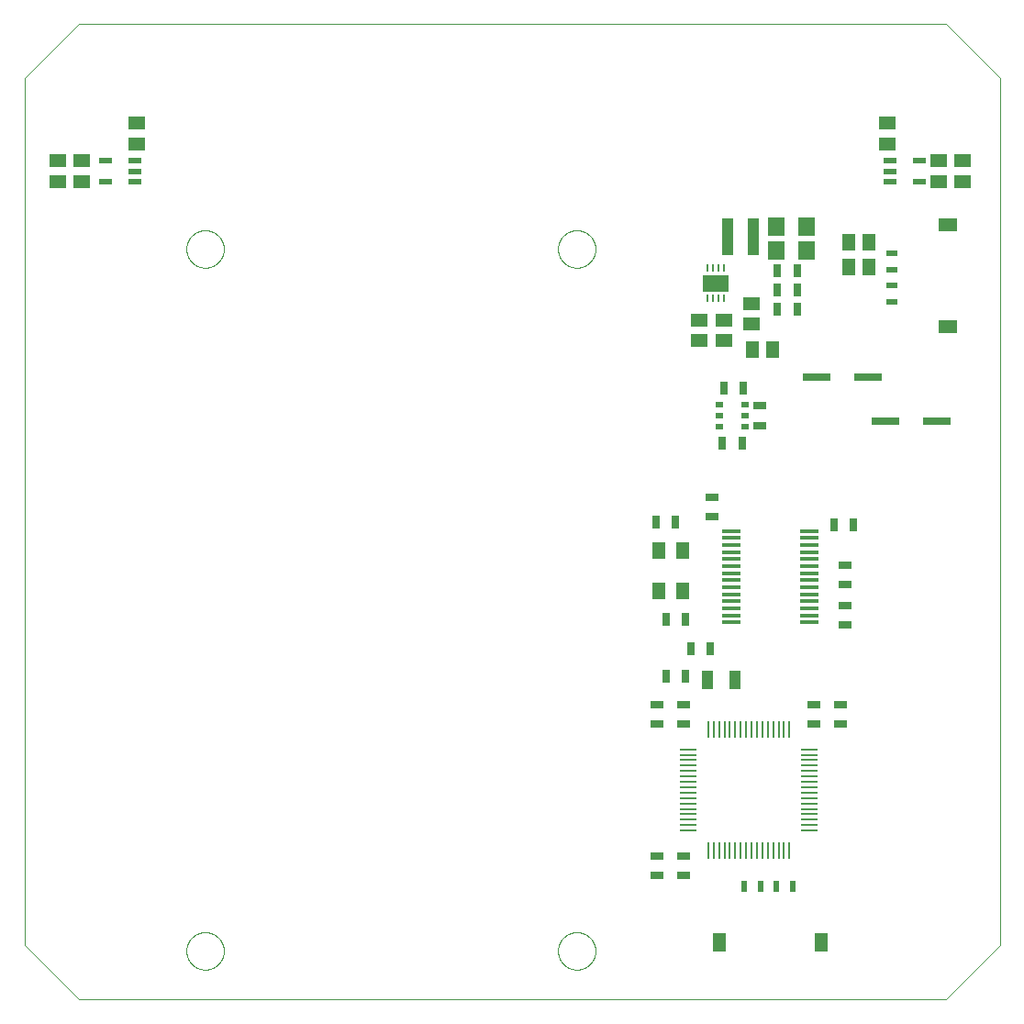
<source format=gtp>
G75*
%MOIN*%
%OFA0B0*%
%FSLAX25Y25*%
%IPPOS*%
%LPD*%
%AMOC8*
5,1,8,0,0,1.08239X$1,22.5*
%
%ADD10C,0.00000*%
%ADD11R,0.06102X0.00984*%
%ADD12R,0.00984X0.06102*%
%ADD13R,0.06890X0.01575*%
%ADD14R,0.03937X0.07087*%
%ADD15R,0.04724X0.03150*%
%ADD16R,0.03150X0.04724*%
%ADD17R,0.04921X0.06299*%
%ADD18R,0.00984X0.03937*%
%ADD19R,0.03937X0.00984*%
%ADD20R,0.04724X0.02362*%
%ADD21R,0.05906X0.05118*%
%ADD22R,0.02362X0.03937*%
%ADD23R,0.04921X0.07087*%
%ADD24R,0.03937X0.02362*%
%ADD25R,0.07087X0.04921*%
%ADD26R,0.05118X0.05906*%
%ADD27R,0.09370X0.06496*%
%ADD28R,0.00984X0.02756*%
%ADD29R,0.03858X0.13386*%
%ADD30R,0.06299X0.07087*%
%ADD31R,0.02756X0.02000*%
%ADD32R,0.10236X0.03150*%
D10*
X0001000Y0020685D02*
X0001000Y0335646D01*
X0020685Y0355331D01*
X0335646Y0355331D01*
X0355331Y0335646D01*
X0355331Y0020685D01*
X0335646Y0001000D01*
X0020685Y0001000D01*
X0001000Y0020685D01*
X0059855Y0018685D02*
X0059857Y0018852D01*
X0059863Y0019018D01*
X0059873Y0019185D01*
X0059888Y0019351D01*
X0059906Y0019516D01*
X0059929Y0019681D01*
X0059955Y0019846D01*
X0059985Y0020010D01*
X0060020Y0020173D01*
X0060059Y0020335D01*
X0060101Y0020496D01*
X0060147Y0020656D01*
X0060198Y0020815D01*
X0060252Y0020973D01*
X0060310Y0021129D01*
X0060372Y0021284D01*
X0060438Y0021437D01*
X0060507Y0021589D01*
X0060580Y0021738D01*
X0060657Y0021886D01*
X0060737Y0022032D01*
X0060821Y0022176D01*
X0060909Y0022318D01*
X0060999Y0022458D01*
X0061094Y0022595D01*
X0061191Y0022730D01*
X0061292Y0022863D01*
X0061396Y0022993D01*
X0061504Y0023121D01*
X0061614Y0023246D01*
X0061728Y0023368D01*
X0061844Y0023487D01*
X0061963Y0023603D01*
X0062085Y0023717D01*
X0062210Y0023827D01*
X0062338Y0023935D01*
X0062468Y0024039D01*
X0062601Y0024140D01*
X0062736Y0024237D01*
X0062873Y0024332D01*
X0063013Y0024422D01*
X0063155Y0024510D01*
X0063299Y0024594D01*
X0063445Y0024674D01*
X0063593Y0024751D01*
X0063742Y0024824D01*
X0063894Y0024893D01*
X0064047Y0024959D01*
X0064202Y0025021D01*
X0064358Y0025079D01*
X0064516Y0025133D01*
X0064675Y0025184D01*
X0064835Y0025230D01*
X0064996Y0025272D01*
X0065158Y0025311D01*
X0065321Y0025346D01*
X0065485Y0025376D01*
X0065650Y0025402D01*
X0065815Y0025425D01*
X0065980Y0025443D01*
X0066146Y0025458D01*
X0066313Y0025468D01*
X0066479Y0025474D01*
X0066646Y0025476D01*
X0066813Y0025474D01*
X0066979Y0025468D01*
X0067146Y0025458D01*
X0067312Y0025443D01*
X0067477Y0025425D01*
X0067642Y0025402D01*
X0067807Y0025376D01*
X0067971Y0025346D01*
X0068134Y0025311D01*
X0068296Y0025272D01*
X0068457Y0025230D01*
X0068617Y0025184D01*
X0068776Y0025133D01*
X0068934Y0025079D01*
X0069090Y0025021D01*
X0069245Y0024959D01*
X0069398Y0024893D01*
X0069550Y0024824D01*
X0069699Y0024751D01*
X0069847Y0024674D01*
X0069993Y0024594D01*
X0070137Y0024510D01*
X0070279Y0024422D01*
X0070419Y0024332D01*
X0070556Y0024237D01*
X0070691Y0024140D01*
X0070824Y0024039D01*
X0070954Y0023935D01*
X0071082Y0023827D01*
X0071207Y0023717D01*
X0071329Y0023603D01*
X0071448Y0023487D01*
X0071564Y0023368D01*
X0071678Y0023246D01*
X0071788Y0023121D01*
X0071896Y0022993D01*
X0072000Y0022863D01*
X0072101Y0022730D01*
X0072198Y0022595D01*
X0072293Y0022458D01*
X0072383Y0022318D01*
X0072471Y0022176D01*
X0072555Y0022032D01*
X0072635Y0021886D01*
X0072712Y0021738D01*
X0072785Y0021589D01*
X0072854Y0021437D01*
X0072920Y0021284D01*
X0072982Y0021129D01*
X0073040Y0020973D01*
X0073094Y0020815D01*
X0073145Y0020656D01*
X0073191Y0020496D01*
X0073233Y0020335D01*
X0073272Y0020173D01*
X0073307Y0020010D01*
X0073337Y0019846D01*
X0073363Y0019681D01*
X0073386Y0019516D01*
X0073404Y0019351D01*
X0073419Y0019185D01*
X0073429Y0019018D01*
X0073435Y0018852D01*
X0073437Y0018685D01*
X0073435Y0018518D01*
X0073429Y0018352D01*
X0073419Y0018185D01*
X0073404Y0018019D01*
X0073386Y0017854D01*
X0073363Y0017689D01*
X0073337Y0017524D01*
X0073307Y0017360D01*
X0073272Y0017197D01*
X0073233Y0017035D01*
X0073191Y0016874D01*
X0073145Y0016714D01*
X0073094Y0016555D01*
X0073040Y0016397D01*
X0072982Y0016241D01*
X0072920Y0016086D01*
X0072854Y0015933D01*
X0072785Y0015781D01*
X0072712Y0015632D01*
X0072635Y0015484D01*
X0072555Y0015338D01*
X0072471Y0015194D01*
X0072383Y0015052D01*
X0072293Y0014912D01*
X0072198Y0014775D01*
X0072101Y0014640D01*
X0072000Y0014507D01*
X0071896Y0014377D01*
X0071788Y0014249D01*
X0071678Y0014124D01*
X0071564Y0014002D01*
X0071448Y0013883D01*
X0071329Y0013767D01*
X0071207Y0013653D01*
X0071082Y0013543D01*
X0070954Y0013435D01*
X0070824Y0013331D01*
X0070691Y0013230D01*
X0070556Y0013133D01*
X0070419Y0013038D01*
X0070279Y0012948D01*
X0070137Y0012860D01*
X0069993Y0012776D01*
X0069847Y0012696D01*
X0069699Y0012619D01*
X0069550Y0012546D01*
X0069398Y0012477D01*
X0069245Y0012411D01*
X0069090Y0012349D01*
X0068934Y0012291D01*
X0068776Y0012237D01*
X0068617Y0012186D01*
X0068457Y0012140D01*
X0068296Y0012098D01*
X0068134Y0012059D01*
X0067971Y0012024D01*
X0067807Y0011994D01*
X0067642Y0011968D01*
X0067477Y0011945D01*
X0067312Y0011927D01*
X0067146Y0011912D01*
X0066979Y0011902D01*
X0066813Y0011896D01*
X0066646Y0011894D01*
X0066479Y0011896D01*
X0066313Y0011902D01*
X0066146Y0011912D01*
X0065980Y0011927D01*
X0065815Y0011945D01*
X0065650Y0011968D01*
X0065485Y0011994D01*
X0065321Y0012024D01*
X0065158Y0012059D01*
X0064996Y0012098D01*
X0064835Y0012140D01*
X0064675Y0012186D01*
X0064516Y0012237D01*
X0064358Y0012291D01*
X0064202Y0012349D01*
X0064047Y0012411D01*
X0063894Y0012477D01*
X0063742Y0012546D01*
X0063593Y0012619D01*
X0063445Y0012696D01*
X0063299Y0012776D01*
X0063155Y0012860D01*
X0063013Y0012948D01*
X0062873Y0013038D01*
X0062736Y0013133D01*
X0062601Y0013230D01*
X0062468Y0013331D01*
X0062338Y0013435D01*
X0062210Y0013543D01*
X0062085Y0013653D01*
X0061963Y0013767D01*
X0061844Y0013883D01*
X0061728Y0014002D01*
X0061614Y0014124D01*
X0061504Y0014249D01*
X0061396Y0014377D01*
X0061292Y0014507D01*
X0061191Y0014640D01*
X0061094Y0014775D01*
X0060999Y0014912D01*
X0060909Y0015052D01*
X0060821Y0015194D01*
X0060737Y0015338D01*
X0060657Y0015484D01*
X0060580Y0015632D01*
X0060507Y0015781D01*
X0060438Y0015933D01*
X0060372Y0016086D01*
X0060310Y0016241D01*
X0060252Y0016397D01*
X0060198Y0016555D01*
X0060147Y0016714D01*
X0060101Y0016874D01*
X0060059Y0017035D01*
X0060020Y0017197D01*
X0059985Y0017360D01*
X0059955Y0017524D01*
X0059929Y0017689D01*
X0059906Y0017854D01*
X0059888Y0018019D01*
X0059873Y0018185D01*
X0059863Y0018352D01*
X0059857Y0018518D01*
X0059855Y0018685D01*
X0194855Y0018685D02*
X0194857Y0018852D01*
X0194863Y0019018D01*
X0194873Y0019185D01*
X0194888Y0019351D01*
X0194906Y0019516D01*
X0194929Y0019681D01*
X0194955Y0019846D01*
X0194985Y0020010D01*
X0195020Y0020173D01*
X0195059Y0020335D01*
X0195101Y0020496D01*
X0195147Y0020656D01*
X0195198Y0020815D01*
X0195252Y0020973D01*
X0195310Y0021129D01*
X0195372Y0021284D01*
X0195438Y0021437D01*
X0195507Y0021589D01*
X0195580Y0021738D01*
X0195657Y0021886D01*
X0195737Y0022032D01*
X0195821Y0022176D01*
X0195909Y0022318D01*
X0195999Y0022458D01*
X0196094Y0022595D01*
X0196191Y0022730D01*
X0196292Y0022863D01*
X0196396Y0022993D01*
X0196504Y0023121D01*
X0196614Y0023246D01*
X0196728Y0023368D01*
X0196844Y0023487D01*
X0196963Y0023603D01*
X0197085Y0023717D01*
X0197210Y0023827D01*
X0197338Y0023935D01*
X0197468Y0024039D01*
X0197601Y0024140D01*
X0197736Y0024237D01*
X0197873Y0024332D01*
X0198013Y0024422D01*
X0198155Y0024510D01*
X0198299Y0024594D01*
X0198445Y0024674D01*
X0198593Y0024751D01*
X0198742Y0024824D01*
X0198894Y0024893D01*
X0199047Y0024959D01*
X0199202Y0025021D01*
X0199358Y0025079D01*
X0199516Y0025133D01*
X0199675Y0025184D01*
X0199835Y0025230D01*
X0199996Y0025272D01*
X0200158Y0025311D01*
X0200321Y0025346D01*
X0200485Y0025376D01*
X0200650Y0025402D01*
X0200815Y0025425D01*
X0200980Y0025443D01*
X0201146Y0025458D01*
X0201313Y0025468D01*
X0201479Y0025474D01*
X0201646Y0025476D01*
X0201813Y0025474D01*
X0201979Y0025468D01*
X0202146Y0025458D01*
X0202312Y0025443D01*
X0202477Y0025425D01*
X0202642Y0025402D01*
X0202807Y0025376D01*
X0202971Y0025346D01*
X0203134Y0025311D01*
X0203296Y0025272D01*
X0203457Y0025230D01*
X0203617Y0025184D01*
X0203776Y0025133D01*
X0203934Y0025079D01*
X0204090Y0025021D01*
X0204245Y0024959D01*
X0204398Y0024893D01*
X0204550Y0024824D01*
X0204699Y0024751D01*
X0204847Y0024674D01*
X0204993Y0024594D01*
X0205137Y0024510D01*
X0205279Y0024422D01*
X0205419Y0024332D01*
X0205556Y0024237D01*
X0205691Y0024140D01*
X0205824Y0024039D01*
X0205954Y0023935D01*
X0206082Y0023827D01*
X0206207Y0023717D01*
X0206329Y0023603D01*
X0206448Y0023487D01*
X0206564Y0023368D01*
X0206678Y0023246D01*
X0206788Y0023121D01*
X0206896Y0022993D01*
X0207000Y0022863D01*
X0207101Y0022730D01*
X0207198Y0022595D01*
X0207293Y0022458D01*
X0207383Y0022318D01*
X0207471Y0022176D01*
X0207555Y0022032D01*
X0207635Y0021886D01*
X0207712Y0021738D01*
X0207785Y0021589D01*
X0207854Y0021437D01*
X0207920Y0021284D01*
X0207982Y0021129D01*
X0208040Y0020973D01*
X0208094Y0020815D01*
X0208145Y0020656D01*
X0208191Y0020496D01*
X0208233Y0020335D01*
X0208272Y0020173D01*
X0208307Y0020010D01*
X0208337Y0019846D01*
X0208363Y0019681D01*
X0208386Y0019516D01*
X0208404Y0019351D01*
X0208419Y0019185D01*
X0208429Y0019018D01*
X0208435Y0018852D01*
X0208437Y0018685D01*
X0208435Y0018518D01*
X0208429Y0018352D01*
X0208419Y0018185D01*
X0208404Y0018019D01*
X0208386Y0017854D01*
X0208363Y0017689D01*
X0208337Y0017524D01*
X0208307Y0017360D01*
X0208272Y0017197D01*
X0208233Y0017035D01*
X0208191Y0016874D01*
X0208145Y0016714D01*
X0208094Y0016555D01*
X0208040Y0016397D01*
X0207982Y0016241D01*
X0207920Y0016086D01*
X0207854Y0015933D01*
X0207785Y0015781D01*
X0207712Y0015632D01*
X0207635Y0015484D01*
X0207555Y0015338D01*
X0207471Y0015194D01*
X0207383Y0015052D01*
X0207293Y0014912D01*
X0207198Y0014775D01*
X0207101Y0014640D01*
X0207000Y0014507D01*
X0206896Y0014377D01*
X0206788Y0014249D01*
X0206678Y0014124D01*
X0206564Y0014002D01*
X0206448Y0013883D01*
X0206329Y0013767D01*
X0206207Y0013653D01*
X0206082Y0013543D01*
X0205954Y0013435D01*
X0205824Y0013331D01*
X0205691Y0013230D01*
X0205556Y0013133D01*
X0205419Y0013038D01*
X0205279Y0012948D01*
X0205137Y0012860D01*
X0204993Y0012776D01*
X0204847Y0012696D01*
X0204699Y0012619D01*
X0204550Y0012546D01*
X0204398Y0012477D01*
X0204245Y0012411D01*
X0204090Y0012349D01*
X0203934Y0012291D01*
X0203776Y0012237D01*
X0203617Y0012186D01*
X0203457Y0012140D01*
X0203296Y0012098D01*
X0203134Y0012059D01*
X0202971Y0012024D01*
X0202807Y0011994D01*
X0202642Y0011968D01*
X0202477Y0011945D01*
X0202312Y0011927D01*
X0202146Y0011912D01*
X0201979Y0011902D01*
X0201813Y0011896D01*
X0201646Y0011894D01*
X0201479Y0011896D01*
X0201313Y0011902D01*
X0201146Y0011912D01*
X0200980Y0011927D01*
X0200815Y0011945D01*
X0200650Y0011968D01*
X0200485Y0011994D01*
X0200321Y0012024D01*
X0200158Y0012059D01*
X0199996Y0012098D01*
X0199835Y0012140D01*
X0199675Y0012186D01*
X0199516Y0012237D01*
X0199358Y0012291D01*
X0199202Y0012349D01*
X0199047Y0012411D01*
X0198894Y0012477D01*
X0198742Y0012546D01*
X0198593Y0012619D01*
X0198445Y0012696D01*
X0198299Y0012776D01*
X0198155Y0012860D01*
X0198013Y0012948D01*
X0197873Y0013038D01*
X0197736Y0013133D01*
X0197601Y0013230D01*
X0197468Y0013331D01*
X0197338Y0013435D01*
X0197210Y0013543D01*
X0197085Y0013653D01*
X0196963Y0013767D01*
X0196844Y0013883D01*
X0196728Y0014002D01*
X0196614Y0014124D01*
X0196504Y0014249D01*
X0196396Y0014377D01*
X0196292Y0014507D01*
X0196191Y0014640D01*
X0196094Y0014775D01*
X0195999Y0014912D01*
X0195909Y0015052D01*
X0195821Y0015194D01*
X0195737Y0015338D01*
X0195657Y0015484D01*
X0195580Y0015632D01*
X0195507Y0015781D01*
X0195438Y0015933D01*
X0195372Y0016086D01*
X0195310Y0016241D01*
X0195252Y0016397D01*
X0195198Y0016555D01*
X0195147Y0016714D01*
X0195101Y0016874D01*
X0195059Y0017035D01*
X0195020Y0017197D01*
X0194985Y0017360D01*
X0194955Y0017524D01*
X0194929Y0017689D01*
X0194906Y0017854D01*
X0194888Y0018019D01*
X0194873Y0018185D01*
X0194863Y0018352D01*
X0194857Y0018518D01*
X0194855Y0018685D01*
X0194855Y0273685D02*
X0194857Y0273852D01*
X0194863Y0274018D01*
X0194873Y0274185D01*
X0194888Y0274351D01*
X0194906Y0274516D01*
X0194929Y0274681D01*
X0194955Y0274846D01*
X0194985Y0275010D01*
X0195020Y0275173D01*
X0195059Y0275335D01*
X0195101Y0275496D01*
X0195147Y0275656D01*
X0195198Y0275815D01*
X0195252Y0275973D01*
X0195310Y0276129D01*
X0195372Y0276284D01*
X0195438Y0276437D01*
X0195507Y0276589D01*
X0195580Y0276738D01*
X0195657Y0276886D01*
X0195737Y0277032D01*
X0195821Y0277176D01*
X0195909Y0277318D01*
X0195999Y0277458D01*
X0196094Y0277595D01*
X0196191Y0277730D01*
X0196292Y0277863D01*
X0196396Y0277993D01*
X0196504Y0278121D01*
X0196614Y0278246D01*
X0196728Y0278368D01*
X0196844Y0278487D01*
X0196963Y0278603D01*
X0197085Y0278717D01*
X0197210Y0278827D01*
X0197338Y0278935D01*
X0197468Y0279039D01*
X0197601Y0279140D01*
X0197736Y0279237D01*
X0197873Y0279332D01*
X0198013Y0279422D01*
X0198155Y0279510D01*
X0198299Y0279594D01*
X0198445Y0279674D01*
X0198593Y0279751D01*
X0198742Y0279824D01*
X0198894Y0279893D01*
X0199047Y0279959D01*
X0199202Y0280021D01*
X0199358Y0280079D01*
X0199516Y0280133D01*
X0199675Y0280184D01*
X0199835Y0280230D01*
X0199996Y0280272D01*
X0200158Y0280311D01*
X0200321Y0280346D01*
X0200485Y0280376D01*
X0200650Y0280402D01*
X0200815Y0280425D01*
X0200980Y0280443D01*
X0201146Y0280458D01*
X0201313Y0280468D01*
X0201479Y0280474D01*
X0201646Y0280476D01*
X0201813Y0280474D01*
X0201979Y0280468D01*
X0202146Y0280458D01*
X0202312Y0280443D01*
X0202477Y0280425D01*
X0202642Y0280402D01*
X0202807Y0280376D01*
X0202971Y0280346D01*
X0203134Y0280311D01*
X0203296Y0280272D01*
X0203457Y0280230D01*
X0203617Y0280184D01*
X0203776Y0280133D01*
X0203934Y0280079D01*
X0204090Y0280021D01*
X0204245Y0279959D01*
X0204398Y0279893D01*
X0204550Y0279824D01*
X0204699Y0279751D01*
X0204847Y0279674D01*
X0204993Y0279594D01*
X0205137Y0279510D01*
X0205279Y0279422D01*
X0205419Y0279332D01*
X0205556Y0279237D01*
X0205691Y0279140D01*
X0205824Y0279039D01*
X0205954Y0278935D01*
X0206082Y0278827D01*
X0206207Y0278717D01*
X0206329Y0278603D01*
X0206448Y0278487D01*
X0206564Y0278368D01*
X0206678Y0278246D01*
X0206788Y0278121D01*
X0206896Y0277993D01*
X0207000Y0277863D01*
X0207101Y0277730D01*
X0207198Y0277595D01*
X0207293Y0277458D01*
X0207383Y0277318D01*
X0207471Y0277176D01*
X0207555Y0277032D01*
X0207635Y0276886D01*
X0207712Y0276738D01*
X0207785Y0276589D01*
X0207854Y0276437D01*
X0207920Y0276284D01*
X0207982Y0276129D01*
X0208040Y0275973D01*
X0208094Y0275815D01*
X0208145Y0275656D01*
X0208191Y0275496D01*
X0208233Y0275335D01*
X0208272Y0275173D01*
X0208307Y0275010D01*
X0208337Y0274846D01*
X0208363Y0274681D01*
X0208386Y0274516D01*
X0208404Y0274351D01*
X0208419Y0274185D01*
X0208429Y0274018D01*
X0208435Y0273852D01*
X0208437Y0273685D01*
X0208435Y0273518D01*
X0208429Y0273352D01*
X0208419Y0273185D01*
X0208404Y0273019D01*
X0208386Y0272854D01*
X0208363Y0272689D01*
X0208337Y0272524D01*
X0208307Y0272360D01*
X0208272Y0272197D01*
X0208233Y0272035D01*
X0208191Y0271874D01*
X0208145Y0271714D01*
X0208094Y0271555D01*
X0208040Y0271397D01*
X0207982Y0271241D01*
X0207920Y0271086D01*
X0207854Y0270933D01*
X0207785Y0270781D01*
X0207712Y0270632D01*
X0207635Y0270484D01*
X0207555Y0270338D01*
X0207471Y0270194D01*
X0207383Y0270052D01*
X0207293Y0269912D01*
X0207198Y0269775D01*
X0207101Y0269640D01*
X0207000Y0269507D01*
X0206896Y0269377D01*
X0206788Y0269249D01*
X0206678Y0269124D01*
X0206564Y0269002D01*
X0206448Y0268883D01*
X0206329Y0268767D01*
X0206207Y0268653D01*
X0206082Y0268543D01*
X0205954Y0268435D01*
X0205824Y0268331D01*
X0205691Y0268230D01*
X0205556Y0268133D01*
X0205419Y0268038D01*
X0205279Y0267948D01*
X0205137Y0267860D01*
X0204993Y0267776D01*
X0204847Y0267696D01*
X0204699Y0267619D01*
X0204550Y0267546D01*
X0204398Y0267477D01*
X0204245Y0267411D01*
X0204090Y0267349D01*
X0203934Y0267291D01*
X0203776Y0267237D01*
X0203617Y0267186D01*
X0203457Y0267140D01*
X0203296Y0267098D01*
X0203134Y0267059D01*
X0202971Y0267024D01*
X0202807Y0266994D01*
X0202642Y0266968D01*
X0202477Y0266945D01*
X0202312Y0266927D01*
X0202146Y0266912D01*
X0201979Y0266902D01*
X0201813Y0266896D01*
X0201646Y0266894D01*
X0201479Y0266896D01*
X0201313Y0266902D01*
X0201146Y0266912D01*
X0200980Y0266927D01*
X0200815Y0266945D01*
X0200650Y0266968D01*
X0200485Y0266994D01*
X0200321Y0267024D01*
X0200158Y0267059D01*
X0199996Y0267098D01*
X0199835Y0267140D01*
X0199675Y0267186D01*
X0199516Y0267237D01*
X0199358Y0267291D01*
X0199202Y0267349D01*
X0199047Y0267411D01*
X0198894Y0267477D01*
X0198742Y0267546D01*
X0198593Y0267619D01*
X0198445Y0267696D01*
X0198299Y0267776D01*
X0198155Y0267860D01*
X0198013Y0267948D01*
X0197873Y0268038D01*
X0197736Y0268133D01*
X0197601Y0268230D01*
X0197468Y0268331D01*
X0197338Y0268435D01*
X0197210Y0268543D01*
X0197085Y0268653D01*
X0196963Y0268767D01*
X0196844Y0268883D01*
X0196728Y0269002D01*
X0196614Y0269124D01*
X0196504Y0269249D01*
X0196396Y0269377D01*
X0196292Y0269507D01*
X0196191Y0269640D01*
X0196094Y0269775D01*
X0195999Y0269912D01*
X0195909Y0270052D01*
X0195821Y0270194D01*
X0195737Y0270338D01*
X0195657Y0270484D01*
X0195580Y0270632D01*
X0195507Y0270781D01*
X0195438Y0270933D01*
X0195372Y0271086D01*
X0195310Y0271241D01*
X0195252Y0271397D01*
X0195198Y0271555D01*
X0195147Y0271714D01*
X0195101Y0271874D01*
X0195059Y0272035D01*
X0195020Y0272197D01*
X0194985Y0272360D01*
X0194955Y0272524D01*
X0194929Y0272689D01*
X0194906Y0272854D01*
X0194888Y0273019D01*
X0194873Y0273185D01*
X0194863Y0273352D01*
X0194857Y0273518D01*
X0194855Y0273685D01*
X0059855Y0273685D02*
X0059857Y0273852D01*
X0059863Y0274018D01*
X0059873Y0274185D01*
X0059888Y0274351D01*
X0059906Y0274516D01*
X0059929Y0274681D01*
X0059955Y0274846D01*
X0059985Y0275010D01*
X0060020Y0275173D01*
X0060059Y0275335D01*
X0060101Y0275496D01*
X0060147Y0275656D01*
X0060198Y0275815D01*
X0060252Y0275973D01*
X0060310Y0276129D01*
X0060372Y0276284D01*
X0060438Y0276437D01*
X0060507Y0276589D01*
X0060580Y0276738D01*
X0060657Y0276886D01*
X0060737Y0277032D01*
X0060821Y0277176D01*
X0060909Y0277318D01*
X0060999Y0277458D01*
X0061094Y0277595D01*
X0061191Y0277730D01*
X0061292Y0277863D01*
X0061396Y0277993D01*
X0061504Y0278121D01*
X0061614Y0278246D01*
X0061728Y0278368D01*
X0061844Y0278487D01*
X0061963Y0278603D01*
X0062085Y0278717D01*
X0062210Y0278827D01*
X0062338Y0278935D01*
X0062468Y0279039D01*
X0062601Y0279140D01*
X0062736Y0279237D01*
X0062873Y0279332D01*
X0063013Y0279422D01*
X0063155Y0279510D01*
X0063299Y0279594D01*
X0063445Y0279674D01*
X0063593Y0279751D01*
X0063742Y0279824D01*
X0063894Y0279893D01*
X0064047Y0279959D01*
X0064202Y0280021D01*
X0064358Y0280079D01*
X0064516Y0280133D01*
X0064675Y0280184D01*
X0064835Y0280230D01*
X0064996Y0280272D01*
X0065158Y0280311D01*
X0065321Y0280346D01*
X0065485Y0280376D01*
X0065650Y0280402D01*
X0065815Y0280425D01*
X0065980Y0280443D01*
X0066146Y0280458D01*
X0066313Y0280468D01*
X0066479Y0280474D01*
X0066646Y0280476D01*
X0066813Y0280474D01*
X0066979Y0280468D01*
X0067146Y0280458D01*
X0067312Y0280443D01*
X0067477Y0280425D01*
X0067642Y0280402D01*
X0067807Y0280376D01*
X0067971Y0280346D01*
X0068134Y0280311D01*
X0068296Y0280272D01*
X0068457Y0280230D01*
X0068617Y0280184D01*
X0068776Y0280133D01*
X0068934Y0280079D01*
X0069090Y0280021D01*
X0069245Y0279959D01*
X0069398Y0279893D01*
X0069550Y0279824D01*
X0069699Y0279751D01*
X0069847Y0279674D01*
X0069993Y0279594D01*
X0070137Y0279510D01*
X0070279Y0279422D01*
X0070419Y0279332D01*
X0070556Y0279237D01*
X0070691Y0279140D01*
X0070824Y0279039D01*
X0070954Y0278935D01*
X0071082Y0278827D01*
X0071207Y0278717D01*
X0071329Y0278603D01*
X0071448Y0278487D01*
X0071564Y0278368D01*
X0071678Y0278246D01*
X0071788Y0278121D01*
X0071896Y0277993D01*
X0072000Y0277863D01*
X0072101Y0277730D01*
X0072198Y0277595D01*
X0072293Y0277458D01*
X0072383Y0277318D01*
X0072471Y0277176D01*
X0072555Y0277032D01*
X0072635Y0276886D01*
X0072712Y0276738D01*
X0072785Y0276589D01*
X0072854Y0276437D01*
X0072920Y0276284D01*
X0072982Y0276129D01*
X0073040Y0275973D01*
X0073094Y0275815D01*
X0073145Y0275656D01*
X0073191Y0275496D01*
X0073233Y0275335D01*
X0073272Y0275173D01*
X0073307Y0275010D01*
X0073337Y0274846D01*
X0073363Y0274681D01*
X0073386Y0274516D01*
X0073404Y0274351D01*
X0073419Y0274185D01*
X0073429Y0274018D01*
X0073435Y0273852D01*
X0073437Y0273685D01*
X0073435Y0273518D01*
X0073429Y0273352D01*
X0073419Y0273185D01*
X0073404Y0273019D01*
X0073386Y0272854D01*
X0073363Y0272689D01*
X0073337Y0272524D01*
X0073307Y0272360D01*
X0073272Y0272197D01*
X0073233Y0272035D01*
X0073191Y0271874D01*
X0073145Y0271714D01*
X0073094Y0271555D01*
X0073040Y0271397D01*
X0072982Y0271241D01*
X0072920Y0271086D01*
X0072854Y0270933D01*
X0072785Y0270781D01*
X0072712Y0270632D01*
X0072635Y0270484D01*
X0072555Y0270338D01*
X0072471Y0270194D01*
X0072383Y0270052D01*
X0072293Y0269912D01*
X0072198Y0269775D01*
X0072101Y0269640D01*
X0072000Y0269507D01*
X0071896Y0269377D01*
X0071788Y0269249D01*
X0071678Y0269124D01*
X0071564Y0269002D01*
X0071448Y0268883D01*
X0071329Y0268767D01*
X0071207Y0268653D01*
X0071082Y0268543D01*
X0070954Y0268435D01*
X0070824Y0268331D01*
X0070691Y0268230D01*
X0070556Y0268133D01*
X0070419Y0268038D01*
X0070279Y0267948D01*
X0070137Y0267860D01*
X0069993Y0267776D01*
X0069847Y0267696D01*
X0069699Y0267619D01*
X0069550Y0267546D01*
X0069398Y0267477D01*
X0069245Y0267411D01*
X0069090Y0267349D01*
X0068934Y0267291D01*
X0068776Y0267237D01*
X0068617Y0267186D01*
X0068457Y0267140D01*
X0068296Y0267098D01*
X0068134Y0267059D01*
X0067971Y0267024D01*
X0067807Y0266994D01*
X0067642Y0266968D01*
X0067477Y0266945D01*
X0067312Y0266927D01*
X0067146Y0266912D01*
X0066979Y0266902D01*
X0066813Y0266896D01*
X0066646Y0266894D01*
X0066479Y0266896D01*
X0066313Y0266902D01*
X0066146Y0266912D01*
X0065980Y0266927D01*
X0065815Y0266945D01*
X0065650Y0266968D01*
X0065485Y0266994D01*
X0065321Y0267024D01*
X0065158Y0267059D01*
X0064996Y0267098D01*
X0064835Y0267140D01*
X0064675Y0267186D01*
X0064516Y0267237D01*
X0064358Y0267291D01*
X0064202Y0267349D01*
X0064047Y0267411D01*
X0063894Y0267477D01*
X0063742Y0267546D01*
X0063593Y0267619D01*
X0063445Y0267696D01*
X0063299Y0267776D01*
X0063155Y0267860D01*
X0063013Y0267948D01*
X0062873Y0268038D01*
X0062736Y0268133D01*
X0062601Y0268230D01*
X0062468Y0268331D01*
X0062338Y0268435D01*
X0062210Y0268543D01*
X0062085Y0268653D01*
X0061963Y0268767D01*
X0061844Y0268883D01*
X0061728Y0269002D01*
X0061614Y0269124D01*
X0061504Y0269249D01*
X0061396Y0269377D01*
X0061292Y0269507D01*
X0061191Y0269640D01*
X0061094Y0269775D01*
X0060999Y0269912D01*
X0060909Y0270052D01*
X0060821Y0270194D01*
X0060737Y0270338D01*
X0060657Y0270484D01*
X0060580Y0270632D01*
X0060507Y0270781D01*
X0060438Y0270933D01*
X0060372Y0271086D01*
X0060310Y0271241D01*
X0060252Y0271397D01*
X0060198Y0271555D01*
X0060147Y0271714D01*
X0060101Y0271874D01*
X0060059Y0272035D01*
X0060020Y0272197D01*
X0059985Y0272360D01*
X0059955Y0272524D01*
X0059929Y0272689D01*
X0059906Y0272854D01*
X0059888Y0273019D01*
X0059873Y0273185D01*
X0059863Y0273352D01*
X0059857Y0273518D01*
X0059855Y0273685D01*
D11*
X0242118Y0091929D03*
X0242118Y0089961D03*
X0242118Y0087992D03*
X0242118Y0086024D03*
X0242118Y0084055D03*
X0242118Y0082087D03*
X0242118Y0080118D03*
X0242118Y0078150D03*
X0242118Y0076181D03*
X0242118Y0074213D03*
X0242118Y0072244D03*
X0242118Y0070276D03*
X0242118Y0068307D03*
X0242118Y0066339D03*
X0242118Y0064370D03*
X0242118Y0062402D03*
X0286213Y0062402D03*
X0286213Y0064370D03*
X0286213Y0066339D03*
X0286213Y0068307D03*
X0286213Y0070276D03*
X0286213Y0072244D03*
X0286213Y0074213D03*
X0286213Y0076181D03*
X0286213Y0078150D03*
X0286213Y0080118D03*
X0286213Y0082087D03*
X0286213Y0084055D03*
X0286213Y0086024D03*
X0286213Y0087992D03*
X0286213Y0089961D03*
X0286213Y0091929D03*
D12*
X0278929Y0099213D03*
X0276961Y0099213D03*
X0274992Y0099213D03*
X0273024Y0099213D03*
X0271055Y0099213D03*
X0269087Y0099213D03*
X0267118Y0099213D03*
X0265150Y0099213D03*
X0263181Y0099213D03*
X0261213Y0099213D03*
X0259244Y0099213D03*
X0257276Y0099213D03*
X0255307Y0099213D03*
X0253339Y0099213D03*
X0251370Y0099213D03*
X0249402Y0099213D03*
X0249402Y0055118D03*
X0251370Y0055118D03*
X0253339Y0055118D03*
X0255307Y0055118D03*
X0257276Y0055118D03*
X0259244Y0055118D03*
X0261213Y0055118D03*
X0263181Y0055118D03*
X0265150Y0055118D03*
X0267118Y0055118D03*
X0269087Y0055118D03*
X0271055Y0055118D03*
X0273024Y0055118D03*
X0274992Y0055118D03*
X0276961Y0055118D03*
X0278929Y0055118D03*
D13*
X0286213Y0138031D03*
X0286213Y0140591D03*
X0286213Y0143150D03*
X0286213Y0145709D03*
X0286213Y0148268D03*
X0286213Y0150827D03*
X0286213Y0153386D03*
X0286213Y0155945D03*
X0286213Y0158504D03*
X0286213Y0161063D03*
X0286213Y0163622D03*
X0286213Y0166181D03*
X0286213Y0168740D03*
X0286213Y0171299D03*
X0257866Y0171299D03*
X0257866Y0168740D03*
X0257866Y0166181D03*
X0257866Y0163622D03*
X0257866Y0161063D03*
X0257866Y0158504D03*
X0257866Y0155945D03*
X0257866Y0153386D03*
X0257866Y0150827D03*
X0257866Y0148268D03*
X0257866Y0145709D03*
X0257866Y0143150D03*
X0257866Y0140591D03*
X0257866Y0138031D03*
D14*
X0259087Y0117165D03*
X0249244Y0117165D03*
D15*
X0240543Y0108189D03*
X0240543Y0101102D03*
X0230701Y0101102D03*
X0230701Y0108189D03*
X0230701Y0053228D03*
X0230701Y0046142D03*
X0240543Y0046142D03*
X0240543Y0053228D03*
X0287787Y0101102D03*
X0287787Y0108189D03*
X0297630Y0108189D03*
X0297630Y0101102D03*
X0299106Y0137185D03*
X0299106Y0144272D03*
X0299106Y0151791D03*
X0299106Y0158878D03*
X0250878Y0176398D03*
X0250878Y0183484D03*
X0268165Y0209622D03*
X0268165Y0216709D03*
D16*
X0262209Y0223165D03*
X0255122Y0223165D03*
X0254622Y0203165D03*
X0261709Y0203165D03*
X0237610Y0174606D03*
X0230524Y0174606D03*
X0234126Y0139173D03*
X0241213Y0139173D03*
X0242984Y0128346D03*
X0250071Y0128346D03*
X0241213Y0118504D03*
X0234126Y0118504D03*
X0294992Y0173622D03*
X0302079Y0173622D03*
X0281709Y0251665D03*
X0281709Y0258665D03*
X0281709Y0265665D03*
X0274622Y0265665D03*
X0274622Y0258665D03*
X0274622Y0251665D03*
D17*
X0240031Y0164094D03*
X0231370Y0164094D03*
X0231370Y0149528D03*
X0240031Y0149528D03*
D18*
X0294283Y0173622D03*
D19*
X0299106Y0151476D03*
X0250878Y0176083D03*
X0230770Y0100410D03*
X0230570Y0053691D03*
X0297635Y0100332D03*
D20*
X0315350Y0298175D03*
X0315350Y0301915D03*
X0315350Y0305656D03*
X0325980Y0305656D03*
X0325980Y0298175D03*
X0040980Y0298175D03*
X0040980Y0301915D03*
X0040980Y0305656D03*
X0030350Y0305656D03*
X0030350Y0298175D03*
D21*
X0021915Y0298175D03*
X0021915Y0305656D03*
X0013165Y0305656D03*
X0013165Y0298175D03*
X0041915Y0311925D03*
X0041915Y0319406D03*
X0246165Y0247906D03*
X0246165Y0240425D03*
X0255165Y0240425D03*
X0255165Y0247906D03*
X0265165Y0246425D03*
X0265165Y0253906D03*
X0314415Y0311925D03*
X0314415Y0319406D03*
X0333165Y0305656D03*
X0333165Y0298175D03*
X0341915Y0298175D03*
X0341915Y0305656D03*
D22*
X0280165Y0042165D03*
X0274260Y0042165D03*
X0268354Y0042165D03*
X0262449Y0042165D03*
D23*
X0253374Y0021693D03*
X0290421Y0021693D03*
D24*
X0316165Y0254449D03*
X0316165Y0260354D03*
X0316165Y0266260D03*
X0316165Y0272165D03*
D25*
X0336638Y0282421D03*
X0336638Y0245374D03*
D26*
X0307906Y0267165D03*
X0300425Y0267165D03*
X0300425Y0276165D03*
X0307906Y0276165D03*
X0272906Y0237165D03*
X0265425Y0237165D03*
D27*
X0252165Y0261165D03*
D28*
X0251181Y0266677D03*
X0249213Y0266677D03*
X0253150Y0266677D03*
X0255118Y0266677D03*
X0255118Y0255654D03*
X0253150Y0255654D03*
X0251181Y0255654D03*
X0249213Y0255654D03*
D29*
X0256500Y0278165D03*
X0265831Y0278165D03*
D30*
X0274154Y0281665D03*
X0274154Y0273165D03*
X0285177Y0273165D03*
X0285177Y0281665D03*
D31*
X0262740Y0217102D03*
X0262740Y0213165D03*
X0262740Y0209228D03*
X0253591Y0209228D03*
X0253591Y0213165D03*
X0253591Y0217102D03*
D32*
X0288717Y0227165D03*
X0307614Y0227165D03*
X0313717Y0211165D03*
X0332614Y0211165D03*
M02*

</source>
